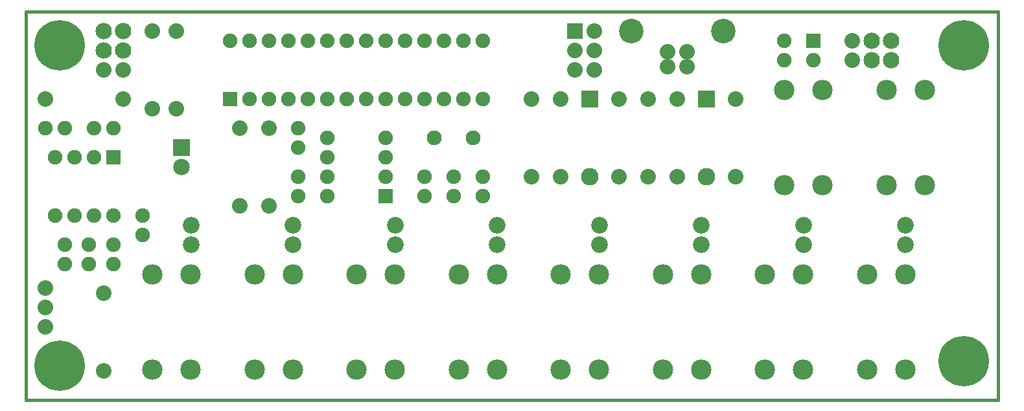
<source format=gts>
G04 (created by PCBNEW-RS274X (2011-nov-30)-testing) date Mon 02 Jul 2012 10:15:23 AM EDT*
%MOIN*%
G04 Gerber Fmt 3.4, Leading zero omitted, Abs format*
%FSLAX34Y34*%
G01*
G70*
G90*
G04 APERTURE LIST*
%ADD10C,0.006*%
%ADD11C,0.015*%
%ADD12C,0.08*%
%ADD13C,0.105*%
%ADD14R,0.075X0.075*%
%ADD15C,0.075*%
%ADD16R,0.08X0.08*%
%ADD17C,0.086*%
%ADD18C,0.076*%
%ADD19C,0.09*%
%ADD20R,0.09X0.09*%
%ADD21C,0.084*%
%ADD22R,0.085X0.085*%
%ADD23C,0.085*%
%ADD24C,0.26*%
%ADD25C,0.1263*%
G04 APERTURE END LIST*
G54D10*
G54D11*
X50000Y20000D02*
X0Y20000D01*
X50000Y0D02*
X50000Y20000D01*
X0Y0D02*
X50000Y0D01*
X0Y20000D02*
X0Y0D01*
G54D12*
X1000Y3750D03*
X1000Y4750D03*
X1000Y5750D03*
G54D13*
X6516Y1540D03*
X6516Y6460D03*
X8484Y1540D03*
X8484Y6460D03*
X11766Y1540D03*
X11766Y6460D03*
X13734Y1540D03*
X13734Y6460D03*
X17016Y1540D03*
X17016Y6460D03*
X18984Y1540D03*
X18984Y6460D03*
X22266Y1540D03*
X22266Y6460D03*
X24234Y1540D03*
X24234Y6460D03*
X27516Y1540D03*
X27516Y6460D03*
X29484Y1540D03*
X29484Y6460D03*
X46234Y15960D03*
X46234Y11040D03*
X44266Y15960D03*
X44266Y11040D03*
X40984Y15960D03*
X40984Y11040D03*
X39016Y15960D03*
X39016Y11040D03*
X43266Y1540D03*
X43266Y6460D03*
X45234Y1540D03*
X45234Y6460D03*
X38016Y1540D03*
X38016Y6460D03*
X39984Y1540D03*
X39984Y6460D03*
X32766Y1540D03*
X32766Y6460D03*
X34734Y1540D03*
X34734Y6460D03*
G54D14*
X40500Y18500D03*
G54D15*
X40500Y17500D03*
G54D12*
X26000Y15500D03*
X26000Y11500D03*
X27500Y11500D03*
X27500Y15500D03*
X36500Y15500D03*
X36500Y11500D03*
X33500Y15500D03*
X33500Y11500D03*
X12500Y10000D03*
X12500Y14000D03*
X11000Y10000D03*
X11000Y14000D03*
X7750Y19000D03*
X7750Y15000D03*
X1000Y15500D03*
X5000Y15500D03*
X6500Y15000D03*
X6500Y19000D03*
X32000Y11500D03*
X32000Y15500D03*
X30500Y11500D03*
X30500Y15500D03*
G54D16*
X28250Y19000D03*
G54D12*
X29250Y19000D03*
X28250Y18000D03*
X29250Y18000D03*
X28250Y17000D03*
X29250Y17000D03*
G54D17*
X40000Y9000D03*
X40000Y8000D03*
X34750Y9000D03*
X34750Y8000D03*
X24250Y9000D03*
X24250Y8000D03*
X8500Y9000D03*
X8500Y8000D03*
X13750Y9000D03*
X13750Y8000D03*
X19000Y9000D03*
X19000Y8000D03*
X29500Y9000D03*
X29500Y8000D03*
X45250Y9000D03*
X45250Y8000D03*
G54D18*
X21000Y13500D03*
X23000Y13500D03*
G54D14*
X18500Y10500D03*
G54D15*
X18500Y11500D03*
X18500Y12500D03*
X18500Y13500D03*
X15500Y13500D03*
X15500Y12500D03*
X15500Y11500D03*
X15500Y10500D03*
G54D14*
X4500Y12500D03*
G54D15*
X3500Y12500D03*
X2500Y12500D03*
X1500Y12500D03*
X1500Y9500D03*
X2500Y9500D03*
X3500Y9500D03*
X4500Y9500D03*
X11500Y15500D03*
X12500Y15500D03*
X13500Y15500D03*
X14500Y15500D03*
X15500Y15500D03*
X16500Y15500D03*
X17500Y15500D03*
X18500Y15500D03*
X19500Y15500D03*
X20500Y15500D03*
X21500Y15500D03*
X22500Y15500D03*
X23500Y15500D03*
G54D14*
X10500Y15500D03*
G54D15*
X23500Y18500D03*
X22500Y18500D03*
X21500Y18500D03*
X20500Y18500D03*
X19500Y18500D03*
X18500Y18500D03*
X17500Y18500D03*
X16500Y18500D03*
X15500Y18500D03*
X14500Y18500D03*
X13500Y18500D03*
X12500Y18500D03*
X11500Y18500D03*
X10500Y18500D03*
G54D19*
X35000Y11500D03*
G54D20*
X35000Y15500D03*
G54D19*
X29000Y11500D03*
G54D20*
X29000Y15500D03*
G54D15*
X6000Y9500D03*
X6000Y8500D03*
X4500Y8000D03*
X4500Y7000D03*
X23500Y11500D03*
X23500Y10500D03*
X22000Y11500D03*
X22000Y10500D03*
X2000Y8000D03*
X2000Y7000D03*
X2000Y14000D03*
X1000Y14000D03*
X14000Y14000D03*
X14000Y13000D03*
X3250Y7000D03*
X3250Y8000D03*
X3500Y14000D03*
X4500Y14000D03*
X20500Y11500D03*
X20500Y10500D03*
X39000Y18500D03*
X39000Y17500D03*
X14000Y11500D03*
X14000Y10500D03*
G54D12*
X5000Y17000D03*
X4000Y17000D03*
G54D21*
X5000Y18000D03*
X4000Y18000D03*
X5000Y19000D03*
X4000Y19000D03*
G54D12*
X42500Y17500D03*
X42500Y18500D03*
G54D21*
X43500Y17500D03*
X43500Y18500D03*
X44500Y17500D03*
X44500Y18500D03*
G54D12*
X4000Y1500D03*
X4000Y5500D03*
G54D22*
X8000Y13000D03*
G54D23*
X8000Y12000D03*
G54D24*
X1750Y18250D03*
X48250Y18250D03*
X1750Y1750D03*
X48250Y2000D03*
G54D12*
X33000Y17150D03*
X34000Y17150D03*
X34000Y17937D03*
X33000Y17937D03*
G54D25*
X31138Y19000D03*
X35862Y19000D03*
M02*

</source>
